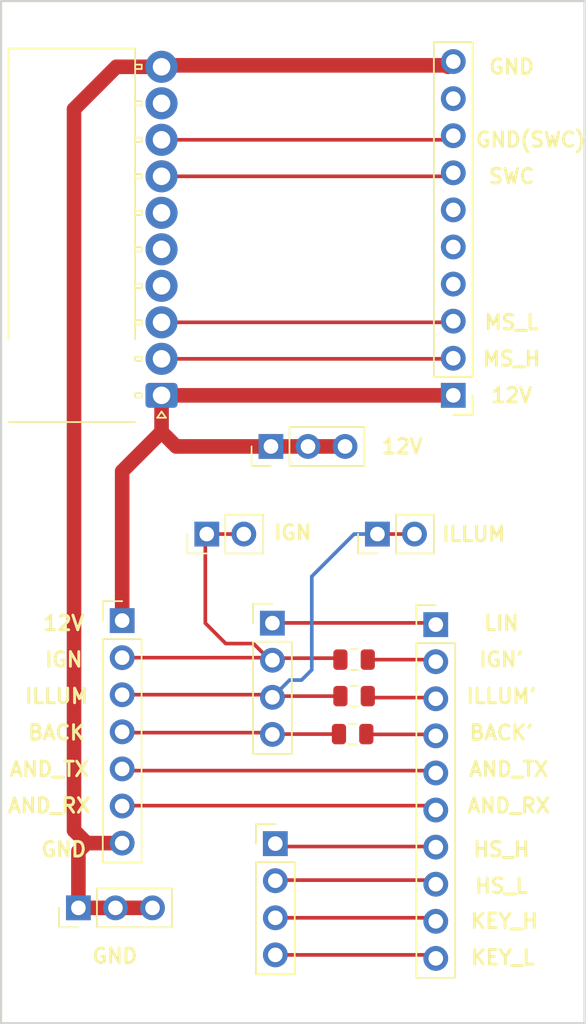
<source format=kicad_pcb>
(kicad_pcb (version 20171130) (host pcbnew 5.1.6-c6e7f7d~87~ubuntu16.04.1)

  (general
    (thickness 1.6)
    (drawings 31)
    (tracks 90)
    (zones 0)
    (modules 13)
    (nets 20)
  )

  (page A4)
  (layers
    (0 F.Cu signal)
    (31 B.Cu signal)
    (32 B.Adhes user)
    (33 F.Adhes user)
    (34 B.Paste user)
    (35 F.Paste user)
    (36 B.SilkS user)
    (37 F.SilkS user)
    (38 B.Mask user)
    (39 F.Mask user)
    (40 Dwgs.User user)
    (41 Cmts.User user)
    (42 Eco1.User user)
    (43 Eco2.User user)
    (44 Edge.Cuts user)
    (45 Margin user)
    (46 B.CrtYd user)
    (47 F.CrtYd user)
    (48 B.Fab user hide)
    (49 F.Fab user hide)
  )

  (setup
    (last_trace_width 0.25)
    (trace_clearance 0.2)
    (zone_clearance 0.508)
    (zone_45_only no)
    (trace_min 0.2)
    (via_size 0.8)
    (via_drill 0.4)
    (via_min_size 0.4)
    (via_min_drill 0.3)
    (uvia_size 0.3)
    (uvia_drill 0.1)
    (uvias_allowed no)
    (uvia_min_size 0.2)
    (uvia_min_drill 0.1)
    (edge_width 0.05)
    (segment_width 0.2)
    (pcb_text_width 0.3)
    (pcb_text_size 1.5 1.5)
    (mod_edge_width 0.12)
    (mod_text_size 1 1)
    (mod_text_width 0.15)
    (pad_size 1.524 1.524)
    (pad_drill 0.762)
    (pad_to_mask_clearance 0.05)
    (aux_axis_origin 0 0)
    (visible_elements 7FFFFFFF)
    (pcbplotparams
      (layerselection 0x010fc_ffffffff)
      (usegerberextensions false)
      (usegerberattributes true)
      (usegerberadvancedattributes true)
      (creategerberjobfile true)
      (excludeedgelayer true)
      (linewidth 0.100000)
      (plotframeref false)
      (viasonmask false)
      (mode 1)
      (useauxorigin false)
      (hpglpennumber 1)
      (hpglpenspeed 20)
      (hpglpendiameter 15.000000)
      (psnegative false)
      (psa4output false)
      (plotreference true)
      (plotvalue true)
      (plotinvisibletext false)
      (padsonsilk false)
      (subtractmaskfromsilk false)
      (outputformat 1)
      (mirror false)
      (drillshape 0)
      (scaleselection 1)
      (outputdirectory "gerbers/"))
  )

  (net 0 "")
  (net 1 12V)
  (net 2 MS_H)
  (net 3 SWC)
  (net 4 SWC_GND)
  (net 5 GND)
  (net 6 MS_L)
  (net 7 ILLUM)
  (net 8 IGN)
  (net 9 BACK)
  (net 10 LIN)
  (net 11 AND_TX)
  (net 12 AND_RX)
  (net 13 HS_H)
  (net 14 HS_L)
  (net 15 IGN')
  (net 16 ILLUM')
  (net 17 BACK')
  (net 18 KEY_H)
  (net 19 KEY_L)

  (net_class Default "This is the default net class."
    (clearance 0.2)
    (trace_width 0.25)
    (via_dia 0.8)
    (via_drill 0.4)
    (uvia_dia 0.3)
    (uvia_drill 0.1)
    (add_net 12V)
    (add_net AND_RX)
    (add_net AND_TX)
    (add_net BACK)
    (add_net BACK')
    (add_net GND)
    (add_net HS_H)
    (add_net HS_L)
    (add_net IGN)
    (add_net IGN')
    (add_net ILLUM)
    (add_net ILLUM')
    (add_net KEY_H)
    (add_net KEY_L)
    (add_net LIN)
    (add_net MS_H)
    (add_net MS_L)
    (add_net SWC)
    (add_net SWC_GND)
  )

  (module adapter:IL-AG5-10P-S3L2 (layer F.Cu) (tedit 5D1E5CD2) (tstamp 5F2C1A89)
    (at 30 50 180)
    (descr "Molex Nano-Fit Power Connectors, 105313-xx08, 8 Pins per row (http://www.molex.com/pdm_docs/sd/1053131208_sd.pdf), generated with kicad-footprint-generator")
    (tags "connector Molex Nano-Fit top entry")
    (path /5F2BB2E2)
    (fp_text reference J1 (at 6.15 -2.92) (layer F.SilkS) hide
      (effects (font (size 1 1) (thickness 0.15)))
    )
    (fp_text value Conn_01x10_Male (at 5 27.5) (layer F.Fab)
      (effects (font (size 1 1) (thickness 0.15)))
    )
    (fp_line (start 1.81 22.65) (end 1.81 22.35) (layer F.SilkS) (width 0.12))
    (fp_line (start 1.81 22.35) (end 1.36 22.35) (layer F.SilkS) (width 0.12))
    (fp_line (start 1.36 22.35) (end 1.36 22.65) (layer F.SilkS) (width 0.12))
    (fp_line (start 1.36 22.65) (end 1.81 22.65) (layer F.SilkS) (width 0.12))
    (fp_line (start 1.81 20.15) (end 1.81 19.85) (layer F.SilkS) (width 0.12))
    (fp_line (start 1.81 19.85) (end 1.36 19.85) (layer F.SilkS) (width 0.12))
    (fp_line (start 1.36 19.85) (end 1.36 20.15) (layer F.SilkS) (width 0.12))
    (fp_line (start 1.36 20.15) (end 1.81 20.15) (layer F.SilkS) (width 0.12))
    (fp_line (start 10.88 -2.22) (end -1.6 -2.22) (layer F.CrtYd) (width 0.05))
    (fp_line (start 10.88 25) (end 10.88 -2.22) (layer F.CrtYd) (width 0.05))
    (fp_line (start -1.6 25) (end 10.88 25) (layer F.CrtYd) (width 0.05))
    (fp_line (start -1.6 -2.22) (end -1.6 25) (layer F.CrtYd) (width 0.05))
    (fp_line (start -0.3 -1.534264) (end 0 -1.11) (layer F.Fab) (width 0.1))
    (fp_line (start 0.3 -1.534264) (end -0.3 -1.534264) (layer F.Fab) (width 0.1))
    (fp_line (start 0 -1.11) (end 0.3 -1.534264) (layer F.Fab) (width 0.1))
    (fp_line (start -0.3 -1.534264) (end 0 -1.11) (layer F.SilkS) (width 0.12))
    (fp_line (start 0.3 -1.534264) (end -0.3 -1.534264) (layer F.SilkS) (width 0.12))
    (fp_line (start 0 -1.11) (end 0.3 -1.534264) (layer F.SilkS) (width 0.12))
    (fp_line (start 1.36 17.65) (end 1.81 17.65) (layer F.SilkS) (width 0.12))
    (fp_line (start 1.36 17.35) (end 1.36 17.65) (layer F.SilkS) (width 0.12))
    (fp_line (start 1.81 17.35) (end 1.36 17.35) (layer F.SilkS) (width 0.12))
    (fp_line (start 1.81 17.65) (end 1.81 17.35) (layer F.SilkS) (width 0.12))
    (fp_line (start 1.36 15.15) (end 1.81 15.15) (layer F.SilkS) (width 0.12))
    (fp_line (start 1.36 14.85) (end 1.36 15.15) (layer F.SilkS) (width 0.12))
    (fp_line (start 1.81 14.85) (end 1.36 14.85) (layer F.SilkS) (width 0.12))
    (fp_line (start 1.81 15.15) (end 1.81 14.85) (layer F.SilkS) (width 0.12))
    (fp_line (start 1.36 12.65) (end 1.81 12.65) (layer F.SilkS) (width 0.12))
    (fp_line (start 1.36 12.35) (end 1.36 12.65) (layer F.SilkS) (width 0.12))
    (fp_line (start 1.81 12.35) (end 1.36 12.35) (layer F.SilkS) (width 0.12))
    (fp_line (start 1.81 12.65) (end 1.81 12.35) (layer F.SilkS) (width 0.12))
    (fp_line (start 1.36 10.15) (end 1.81 10.15) (layer F.SilkS) (width 0.12))
    (fp_line (start 1.36 9.85) (end 1.36 10.15) (layer F.SilkS) (width 0.12))
    (fp_line (start 1.81 9.85) (end 1.36 9.85) (layer F.SilkS) (width 0.12))
    (fp_line (start 1.81 10.15) (end 1.81 9.85) (layer F.SilkS) (width 0.12))
    (fp_line (start 1.36 7.65) (end 1.81 7.65) (layer F.SilkS) (width 0.12))
    (fp_line (start 1.36 7.35) (end 1.36 7.65) (layer F.SilkS) (width 0.12))
    (fp_line (start 1.81 7.35) (end 1.36 7.35) (layer F.SilkS) (width 0.12))
    (fp_line (start 1.81 7.65) (end 1.81 7.35) (layer F.SilkS) (width 0.12))
    (fp_line (start 1.36 5.15) (end 1.81 5.15) (layer F.SilkS) (width 0.12))
    (fp_line (start 1.36 4.85) (end 1.36 5.15) (layer F.SilkS) (width 0.12))
    (fp_line (start 1.81 4.85) (end 1.36 4.85) (layer F.SilkS) (width 0.12))
    (fp_line (start 1.81 5.15) (end 1.81 4.85) (layer F.SilkS) (width 0.12))
    (fp_line (start 1.36 2.65) (end 1.81 2.65) (layer F.SilkS) (width 0.12))
    (fp_line (start 1.36 2.35) (end 1.36 2.65) (layer F.SilkS) (width 0.12))
    (fp_line (start 1.81 2.35) (end 1.36 2.35) (layer F.SilkS) (width 0.12))
    (fp_line (start 1.81 2.65) (end 1.81 2.35) (layer F.SilkS) (width 0.12))
    (fp_line (start 1.36 0.15) (end 1.81 0.15) (layer F.SilkS) (width 0.12))
    (fp_line (start 1.36 -0.15) (end 1.36 0.15) (layer F.SilkS) (width 0.12))
    (fp_line (start 1.81 -0.15) (end 1.36 -0.15) (layer F.SilkS) (width 0.12))
    (fp_line (start 1.81 0.15) (end 1.81 -0.15) (layer F.SilkS) (width 0.12))
    (fp_line (start 10.49 -1.83) (end 1.81 -1.83) (layer F.SilkS) (width 0.12))
    (fp_line (start 10.49 23.75) (end 10.49 3.84) (layer F.SilkS) (width 0.12))
    (fp_line (start 1.81 23.75) (end 10.49 23.75) (layer F.SilkS) (width 0.12))
    (fp_line (start 1.81 3.84) (end 1.81 23.75) (layer F.SilkS) (width 0.12))
    (fp_line (start 10.38 -1.72) (end 1.92 -1.72) (layer F.Fab) (width 0.1))
    (fp_line (start 10.38 19.22) (end 10.38 -1.72) (layer F.Fab) (width 0.1))
    (fp_line (start 1.92 23.5) (end 10.38 23.5) (layer F.Fab) (width 0.1))
    (fp_line (start 1.92 -1.72) (end 1.92 19.22) (layer F.Fab) (width 0.1))
    (fp_text user %R (at 6.15 18.52) (layer F.Fab)
      (effects (font (size 1 1) (thickness 0.15)))
    )
    (pad 1 thru_hole roundrect (at 0 0 180) (size 2.2 1.7) (drill 1.2) (layers *.Cu *.Mask) (roundrect_rratio 0.147059)
      (net 1 12V))
    (pad 2 thru_hole circle (at 0 2.5 180) (size 2.2 2.2) (drill 1.2) (layers *.Cu *.Mask)
      (net 2 MS_H))
    (pad 3 thru_hole circle (at 0 5 180) (size 2.2 2.2) (drill 1.2) (layers *.Cu *.Mask)
      (net 6 MS_L))
    (pad 4 thru_hole circle (at 0 7.5 180) (size 2.2 2.2) (drill 1.2) (layers *.Cu *.Mask))
    (pad 5 thru_hole circle (at 0 10 180) (size 2.2 2.2) (drill 1.2) (layers *.Cu *.Mask))
    (pad 6 thru_hole circle (at 0 12.5 180) (size 2.2 2.2) (drill 1.2) (layers *.Cu *.Mask))
    (pad 7 thru_hole circle (at 0 15 180) (size 2.2 2.2) (drill 1.2) (layers *.Cu *.Mask)
      (net 3 SWC))
    (pad 8 thru_hole circle (at 0 17.5 180) (size 2.2 2.2) (drill 1.2) (layers *.Cu *.Mask)
      (net 4 SWC_GND))
    (pad "" np_thru_hole circle (at 8.6 2.5 180) (size 1.7 1.7) (drill 1.7) (layers *.Cu *.Mask))
    (pad "" np_thru_hole circle (at 8.6 20 180) (size 1.7 1.7) (drill 1.7) (layers *.Cu *.Mask))
    (pad 9 thru_hole circle (at 0 20 180) (size 2.2 2.2) (drill 1.2) (layers *.Cu *.Mask))
    (pad 10 thru_hole circle (at 0 22.5 180) (size 2.2 2.2) (drill 1.2) (layers *.Cu *.Mask)
      (net 5 GND))
    (model ${KISYS3DMOD}/Connector_Molex.3dshapes/Molex_Nano-Fit_105313-xx08_1x08_P2.50mm_Horizontal.wrl
      (at (xyz 0 0 0))
      (scale (xyz 1 1 1))
      (rotate (xyz 0 0 0))
    )
  )

  (module Connector_PinHeader_2.54mm:PinHeader_1x10_P2.54mm_Vertical (layer F.Cu) (tedit 59FED5CC) (tstamp 5F2C1D6A)
    (at 50 50 180)
    (descr "Through hole straight pin header, 1x10, 2.54mm pitch, single row")
    (tags "Through hole pin header THT 1x10 2.54mm single row")
    (path /5F2BCAB4)
    (fp_text reference J2 (at 0 -2.33) (layer F.SilkS) hide
      (effects (font (size 1 1) (thickness 0.15)))
    )
    (fp_text value Conn_01x10_Male (at 0 25.19) (layer F.Fab)
      (effects (font (size 1 1) (thickness 0.15)))
    )
    (fp_line (start 1.8 -1.8) (end -1.8 -1.8) (layer F.CrtYd) (width 0.05))
    (fp_line (start 1.8 24.65) (end 1.8 -1.8) (layer F.CrtYd) (width 0.05))
    (fp_line (start -1.8 24.65) (end 1.8 24.65) (layer F.CrtYd) (width 0.05))
    (fp_line (start -1.8 -1.8) (end -1.8 24.65) (layer F.CrtYd) (width 0.05))
    (fp_line (start -1.33 -1.33) (end 0 -1.33) (layer F.SilkS) (width 0.12))
    (fp_line (start -1.33 0) (end -1.33 -1.33) (layer F.SilkS) (width 0.12))
    (fp_line (start -1.33 1.27) (end 1.33 1.27) (layer F.SilkS) (width 0.12))
    (fp_line (start 1.33 1.27) (end 1.33 24.19) (layer F.SilkS) (width 0.12))
    (fp_line (start -1.33 1.27) (end -1.33 24.19) (layer F.SilkS) (width 0.12))
    (fp_line (start -1.33 24.19) (end 1.33 24.19) (layer F.SilkS) (width 0.12))
    (fp_line (start -1.27 -0.635) (end -0.635 -1.27) (layer F.Fab) (width 0.1))
    (fp_line (start -1.27 24.13) (end -1.27 -0.635) (layer F.Fab) (width 0.1))
    (fp_line (start 1.27 24.13) (end -1.27 24.13) (layer F.Fab) (width 0.1))
    (fp_line (start 1.27 -1.27) (end 1.27 24.13) (layer F.Fab) (width 0.1))
    (fp_line (start -0.635 -1.27) (end 1.27 -1.27) (layer F.Fab) (width 0.1))
    (fp_text user %R (at 0 11.43 90) (layer F.Fab)
      (effects (font (size 1 1) (thickness 0.15)))
    )
    (pad 1 thru_hole rect (at 0 0 180) (size 1.7 1.7) (drill 1) (layers *.Cu *.Mask)
      (net 1 12V))
    (pad 2 thru_hole oval (at 0 2.54 180) (size 1.7 1.7) (drill 1) (layers *.Cu *.Mask)
      (net 2 MS_H))
    (pad 3 thru_hole oval (at 0 5.08 180) (size 1.7 1.7) (drill 1) (layers *.Cu *.Mask)
      (net 6 MS_L))
    (pad 4 thru_hole oval (at 0 7.62 180) (size 1.7 1.7) (drill 1) (layers *.Cu *.Mask))
    (pad 5 thru_hole oval (at 0 10.16 180) (size 1.7 1.7) (drill 1) (layers *.Cu *.Mask))
    (pad 6 thru_hole oval (at 0 12.7 180) (size 1.7 1.7) (drill 1) (layers *.Cu *.Mask))
    (pad 7 thru_hole oval (at 0 15.24 180) (size 1.7 1.7) (drill 1) (layers *.Cu *.Mask)
      (net 3 SWC))
    (pad 8 thru_hole oval (at 0 17.78 180) (size 1.7 1.7) (drill 1) (layers *.Cu *.Mask)
      (net 4 SWC_GND))
    (pad 9 thru_hole oval (at 0 20.32 180) (size 1.7 1.7) (drill 1) (layers *.Cu *.Mask))
    (pad 10 thru_hole oval (at 0 22.86 180) (size 1.7 1.7) (drill 1) (layers *.Cu *.Mask)
      (net 5 GND))
    (model ${KISYS3DMOD}/Connector_PinHeader_2.54mm.3dshapes/PinHeader_1x10_P2.54mm_Vertical.wrl
      (at (xyz 0 0 0))
      (scale (xyz 1 1 1))
      (rotate (xyz 0 0 0))
    )
  )

  (module Connector_PinHeader_2.54mm:PinHeader_1x07_P2.54mm_Vertical (layer F.Cu) (tedit 59FED5CC) (tstamp 5F2BE60A)
    (at 27.3 65.425001)
    (descr "Through hole straight pin header, 1x07, 2.54mm pitch, single row")
    (tags "Through hole pin header THT 1x07 2.54mm single row")
    (path /5F2D940E)
    (fp_text reference J3 (at 0 -2.33) (layer F.SilkS) hide
      (effects (font (size 1 1) (thickness 0.15)))
    )
    (fp_text value Conn_01x07_Male (at 0 17.57) (layer F.Fab)
      (effects (font (size 1 1) (thickness 0.15)))
    )
    (fp_line (start -0.635 -1.27) (end 1.27 -1.27) (layer F.Fab) (width 0.1))
    (fp_line (start 1.27 -1.27) (end 1.27 16.51) (layer F.Fab) (width 0.1))
    (fp_line (start 1.27 16.51) (end -1.27 16.51) (layer F.Fab) (width 0.1))
    (fp_line (start -1.27 16.51) (end -1.27 -0.635) (layer F.Fab) (width 0.1))
    (fp_line (start -1.27 -0.635) (end -0.635 -1.27) (layer F.Fab) (width 0.1))
    (fp_line (start -1.33 16.57) (end 1.33 16.57) (layer F.SilkS) (width 0.12))
    (fp_line (start -1.33 1.27) (end -1.33 16.57) (layer F.SilkS) (width 0.12))
    (fp_line (start 1.33 1.27) (end 1.33 16.57) (layer F.SilkS) (width 0.12))
    (fp_line (start -1.33 1.27) (end 1.33 1.27) (layer F.SilkS) (width 0.12))
    (fp_line (start -1.33 0) (end -1.33 -1.33) (layer F.SilkS) (width 0.12))
    (fp_line (start -1.33 -1.33) (end 0 -1.33) (layer F.SilkS) (width 0.12))
    (fp_line (start -1.8 -1.8) (end -1.8 17.05) (layer F.CrtYd) (width 0.05))
    (fp_line (start -1.8 17.05) (end 1.8 17.05) (layer F.CrtYd) (width 0.05))
    (fp_line (start 1.8 17.05) (end 1.8 -1.8) (layer F.CrtYd) (width 0.05))
    (fp_line (start 1.8 -1.8) (end -1.8 -1.8) (layer F.CrtYd) (width 0.05))
    (fp_text user %R (at 0 7.62 90) (layer F.Fab)
      (effects (font (size 1 1) (thickness 0.15)))
    )
    (pad 1 thru_hole rect (at 0 0) (size 1.7 1.7) (drill 1) (layers *.Cu *.Mask)
      (net 1 12V))
    (pad 2 thru_hole oval (at 0 2.54) (size 1.7 1.7) (drill 1) (layers *.Cu *.Mask)
      (net 8 IGN))
    (pad 3 thru_hole oval (at 0 5.08) (size 1.7 1.7) (drill 1) (layers *.Cu *.Mask)
      (net 7 ILLUM))
    (pad 4 thru_hole oval (at 0 7.62) (size 1.7 1.7) (drill 1) (layers *.Cu *.Mask)
      (net 9 BACK))
    (pad 5 thru_hole oval (at 0 10.16) (size 1.7 1.7) (drill 1) (layers *.Cu *.Mask)
      (net 11 AND_TX))
    (pad 6 thru_hole oval (at 0 12.7) (size 1.7 1.7) (drill 1) (layers *.Cu *.Mask)
      (net 12 AND_RX))
    (pad 7 thru_hole oval (at 0 15.24) (size 1.7 1.7) (drill 1) (layers *.Cu *.Mask)
      (net 5 GND))
    (model ${KISYS3DMOD}/Connector_PinHeader_2.54mm.3dshapes/PinHeader_1x07_P2.54mm_Vertical.wrl
      (at (xyz 0 0 0))
      (scale (xyz 1 1 1))
      (rotate (xyz 0 0 0))
    )
  )

  (module Connector_PinHeader_2.54mm:PinHeader_1x03_P2.54mm_Vertical (layer F.Cu) (tedit 59FED5CC) (tstamp 5F2BF650)
    (at 24.3 85.1 90)
    (descr "Through hole straight pin header, 1x03, 2.54mm pitch, single row")
    (tags "Through hole pin header THT 1x03 2.54mm single row")
    (path /5F2FE2E8)
    (fp_text reference J6 (at 0 -3 180) (layer F.SilkS) hide
      (effects (font (size 1 1) (thickness 0.15)))
    )
    (fp_text value Conn_01x03_Male (at 0 7.41 90) (layer F.Fab)
      (effects (font (size 1 1) (thickness 0.15)))
    )
    (fp_line (start 1.8 -1.8) (end -1.8 -1.8) (layer F.CrtYd) (width 0.05))
    (fp_line (start 1.8 6.85) (end 1.8 -1.8) (layer F.CrtYd) (width 0.05))
    (fp_line (start -1.8 6.85) (end 1.8 6.85) (layer F.CrtYd) (width 0.05))
    (fp_line (start -1.8 -1.8) (end -1.8 6.85) (layer F.CrtYd) (width 0.05))
    (fp_line (start -1.33 -1.33) (end 0 -1.33) (layer F.SilkS) (width 0.12))
    (fp_line (start -1.33 0) (end -1.33 -1.33) (layer F.SilkS) (width 0.12))
    (fp_line (start -1.33 1.27) (end 1.33 1.27) (layer F.SilkS) (width 0.12))
    (fp_line (start 1.33 1.27) (end 1.33 6.41) (layer F.SilkS) (width 0.12))
    (fp_line (start -1.33 1.27) (end -1.33 6.41) (layer F.SilkS) (width 0.12))
    (fp_line (start -1.33 6.41) (end 1.33 6.41) (layer F.SilkS) (width 0.12))
    (fp_line (start -1.27 -0.635) (end -0.635 -1.27) (layer F.Fab) (width 0.1))
    (fp_line (start -1.27 6.35) (end -1.27 -0.635) (layer F.Fab) (width 0.1))
    (fp_line (start 1.27 6.35) (end -1.27 6.35) (layer F.Fab) (width 0.1))
    (fp_line (start 1.27 -1.27) (end 1.27 6.35) (layer F.Fab) (width 0.1))
    (fp_line (start -0.635 -1.27) (end 1.27 -1.27) (layer F.Fab) (width 0.1))
    (fp_text user %R (at 0 2.54) (layer F.Fab)
      (effects (font (size 1 1) (thickness 0.15)))
    )
    (pad 3 thru_hole oval (at 0 5.08 90) (size 1.7 1.7) (drill 1) (layers *.Cu *.Mask)
      (net 5 GND))
    (pad 2 thru_hole oval (at 0 2.54 90) (size 1.7 1.7) (drill 1) (layers *.Cu *.Mask)
      (net 5 GND))
    (pad 1 thru_hole rect (at 0 0 90) (size 1.7 1.7) (drill 1) (layers *.Cu *.Mask)
      (net 5 GND))
    (model ${KISYS3DMOD}/Connector_PinHeader_2.54mm.3dshapes/PinHeader_1x03_P2.54mm_Vertical.wrl
      (at (xyz 0 0 0))
      (scale (xyz 1 1 1))
      (rotate (xyz 0 0 0))
    )
  )

  (module Connector_PinHeader_2.54mm:PinHeader_1x03_P2.54mm_Vertical (layer F.Cu) (tedit 59FED5CC) (tstamp 5F2BF667)
    (at 37.5 53.5 90)
    (descr "Through hole straight pin header, 1x03, 2.54mm pitch, single row")
    (tags "Through hole pin header THT 1x03 2.54mm single row")
    (path /5F2F9651)
    (fp_text reference J7 (at 1.5 -4 180) (layer F.SilkS) hide
      (effects (font (size 1 1) (thickness 0.15)))
    )
    (fp_text value Conn_01x03_Male (at 0 7.41 90) (layer F.Fab)
      (effects (font (size 1 1) (thickness 0.15)))
    )
    (fp_line (start -0.635 -1.27) (end 1.27 -1.27) (layer F.Fab) (width 0.1))
    (fp_line (start 1.27 -1.27) (end 1.27 6.35) (layer F.Fab) (width 0.1))
    (fp_line (start 1.27 6.35) (end -1.27 6.35) (layer F.Fab) (width 0.1))
    (fp_line (start -1.27 6.35) (end -1.27 -0.635) (layer F.Fab) (width 0.1))
    (fp_line (start -1.27 -0.635) (end -0.635 -1.27) (layer F.Fab) (width 0.1))
    (fp_line (start -1.33 6.41) (end 1.33 6.41) (layer F.SilkS) (width 0.12))
    (fp_line (start -1.33 1.27) (end -1.33 6.41) (layer F.SilkS) (width 0.12))
    (fp_line (start 1.33 1.27) (end 1.33 6.41) (layer F.SilkS) (width 0.12))
    (fp_line (start -1.33 1.27) (end 1.33 1.27) (layer F.SilkS) (width 0.12))
    (fp_line (start -1.33 0) (end -1.33 -1.33) (layer F.SilkS) (width 0.12))
    (fp_line (start -1.33 -1.33) (end 0 -1.33) (layer F.SilkS) (width 0.12))
    (fp_line (start -1.8 -1.8) (end -1.8 6.85) (layer F.CrtYd) (width 0.05))
    (fp_line (start -1.8 6.85) (end 1.8 6.85) (layer F.CrtYd) (width 0.05))
    (fp_line (start 1.8 6.85) (end 1.8 -1.8) (layer F.CrtYd) (width 0.05))
    (fp_line (start 1.8 -1.8) (end -1.8 -1.8) (layer F.CrtYd) (width 0.05))
    (fp_text user %R (at 0 2.54) (layer F.Fab)
      (effects (font (size 1 1) (thickness 0.15)))
    )
    (pad 1 thru_hole rect (at 0 0 90) (size 1.7 1.7) (drill 1) (layers *.Cu *.Mask)
      (net 1 12V))
    (pad 2 thru_hole oval (at 0 2.54 90) (size 1.7 1.7) (drill 1) (layers *.Cu *.Mask)
      (net 1 12V))
    (pad 3 thru_hole oval (at 0 5.08 90) (size 1.7 1.7) (drill 1) (layers *.Cu *.Mask)
      (net 1 12V))
    (model ${KISYS3DMOD}/Connector_PinHeader_2.54mm.3dshapes/PinHeader_1x03_P2.54mm_Vertical.wrl
      (at (xyz 0 0 0))
      (scale (xyz 1 1 1))
      (rotate (xyz 0 0 0))
    )
  )

  (module Connector_PinHeader_2.54mm:PinHeader_1x02_P2.54mm_Vertical (layer F.Cu) (tedit 59FED5CC) (tstamp 5F2C0EEC)
    (at 33.1 59.5 90)
    (descr "Through hole straight pin header, 1x02, 2.54mm pitch, single row")
    (tags "Through hole pin header THT 1x02 2.54mm single row")
    (path /5F3066E8)
    (fp_text reference J8 (at 0 -2.33 90) (layer F.SilkS) hide
      (effects (font (size 1 1) (thickness 0.15)))
    )
    (fp_text value Conn_01x02_Male (at 0 4.87 90) (layer F.Fab)
      (effects (font (size 1 1) (thickness 0.15)))
    )
    (fp_line (start 1.8 -1.8) (end -1.8 -1.8) (layer F.CrtYd) (width 0.05))
    (fp_line (start 1.8 4.35) (end 1.8 -1.8) (layer F.CrtYd) (width 0.05))
    (fp_line (start -1.8 4.35) (end 1.8 4.35) (layer F.CrtYd) (width 0.05))
    (fp_line (start -1.8 -1.8) (end -1.8 4.35) (layer F.CrtYd) (width 0.05))
    (fp_line (start -1.33 -1.33) (end 0 -1.33) (layer F.SilkS) (width 0.12))
    (fp_line (start -1.33 0) (end -1.33 -1.33) (layer F.SilkS) (width 0.12))
    (fp_line (start -1.33 1.27) (end 1.33 1.27) (layer F.SilkS) (width 0.12))
    (fp_line (start 1.33 1.27) (end 1.33 3.87) (layer F.SilkS) (width 0.12))
    (fp_line (start -1.33 1.27) (end -1.33 3.87) (layer F.SilkS) (width 0.12))
    (fp_line (start -1.33 3.87) (end 1.33 3.87) (layer F.SilkS) (width 0.12))
    (fp_line (start -1.27 -0.635) (end -0.635 -1.27) (layer F.Fab) (width 0.1))
    (fp_line (start -1.27 3.81) (end -1.27 -0.635) (layer F.Fab) (width 0.1))
    (fp_line (start 1.27 3.81) (end -1.27 3.81) (layer F.Fab) (width 0.1))
    (fp_line (start 1.27 -1.27) (end 1.27 3.81) (layer F.Fab) (width 0.1))
    (fp_line (start -0.635 -1.27) (end 1.27 -1.27) (layer F.Fab) (width 0.1))
    (fp_text user %R (at 0 1.27) (layer F.Fab)
      (effects (font (size 1 1) (thickness 0.15)))
    )
    (pad 1 thru_hole rect (at 0 0 90) (size 1.7 1.7) (drill 1) (layers *.Cu *.Mask)
      (net 8 IGN))
    (pad 2 thru_hole oval (at 0 2.54 90) (size 1.7 1.7) (drill 1) (layers *.Cu *.Mask)
      (net 8 IGN))
    (model ${KISYS3DMOD}/Connector_PinHeader_2.54mm.3dshapes/PinHeader_1x02_P2.54mm_Vertical.wrl
      (at (xyz 0 0 0))
      (scale (xyz 1 1 1))
      (rotate (xyz 0 0 0))
    )
  )

  (module Resistor_SMD:R_0805_2012Metric (layer F.Cu) (tedit 5B36C52B) (tstamp 5F2C1910)
    (at 43.2 68.1 180)
    (descr "Resistor SMD 0805 (2012 Metric), square (rectangular) end terminal, IPC_7351 nominal, (Body size source: https://docs.google.com/spreadsheets/d/1BsfQQcO9C6DZCsRaXUlFlo91Tg2WpOkGARC1WS5S8t0/edit?usp=sharing), generated with kicad-footprint-generator")
    (tags resistor)
    (path /5F31188B)
    (attr smd)
    (fp_text reference R1 (at 0 -1.65) (layer F.SilkS) hide
      (effects (font (size 1 1) (thickness 0.15)))
    )
    (fp_text value 0 (at 0 1.65) (layer F.Fab)
      (effects (font (size 1 1) (thickness 0.15)))
    )
    (fp_line (start -1 0.6) (end -1 -0.6) (layer F.Fab) (width 0.1))
    (fp_line (start -1 -0.6) (end 1 -0.6) (layer F.Fab) (width 0.1))
    (fp_line (start 1 -0.6) (end 1 0.6) (layer F.Fab) (width 0.1))
    (fp_line (start 1 0.6) (end -1 0.6) (layer F.Fab) (width 0.1))
    (fp_line (start -0.258578 -0.71) (end 0.258578 -0.71) (layer F.SilkS) (width 0.12))
    (fp_line (start -0.258578 0.71) (end 0.258578 0.71) (layer F.SilkS) (width 0.12))
    (fp_line (start -1.68 0.95) (end -1.68 -0.95) (layer F.CrtYd) (width 0.05))
    (fp_line (start -1.68 -0.95) (end 1.68 -0.95) (layer F.CrtYd) (width 0.05))
    (fp_line (start 1.68 -0.95) (end 1.68 0.95) (layer F.CrtYd) (width 0.05))
    (fp_line (start 1.68 0.95) (end -1.68 0.95) (layer F.CrtYd) (width 0.05))
    (fp_text user %R (at 0 0) (layer F.Fab)
      (effects (font (size 0.5 0.5) (thickness 0.08)))
    )
    (pad 1 smd roundrect (at -0.9375 0 180) (size 0.975 1.4) (layers F.Cu F.Paste F.Mask) (roundrect_rratio 0.25)
      (net 15 IGN'))
    (pad 2 smd roundrect (at 0.9375 0 180) (size 0.975 1.4) (layers F.Cu F.Paste F.Mask) (roundrect_rratio 0.25)
      (net 8 IGN))
    (model ${KISYS3DMOD}/Resistor_SMD.3dshapes/R_0805_2012Metric.wrl
      (at (xyz 0 0 0))
      (scale (xyz 1 1 1))
      (rotate (xyz 0 0 0))
    )
  )

  (module Resistor_SMD:R_0805_2012Metric (layer F.Cu) (tedit 5B36C52B) (tstamp 5F2C1921)
    (at 43.2 70.6 180)
    (descr "Resistor SMD 0805 (2012 Metric), square (rectangular) end terminal, IPC_7351 nominal, (Body size source: https://docs.google.com/spreadsheets/d/1BsfQQcO9C6DZCsRaXUlFlo91Tg2WpOkGARC1WS5S8t0/edit?usp=sharing), generated with kicad-footprint-generator")
    (tags resistor)
    (path /5F31D917)
    (attr smd)
    (fp_text reference R2 (at 0 -1.65) (layer F.SilkS) hide
      (effects (font (size 1 1) (thickness 0.15)))
    )
    (fp_text value 0 (at 0 1.65) (layer F.Fab)
      (effects (font (size 1 1) (thickness 0.15)))
    )
    (fp_line (start 1.68 0.95) (end -1.68 0.95) (layer F.CrtYd) (width 0.05))
    (fp_line (start 1.68 -0.95) (end 1.68 0.95) (layer F.CrtYd) (width 0.05))
    (fp_line (start -1.68 -0.95) (end 1.68 -0.95) (layer F.CrtYd) (width 0.05))
    (fp_line (start -1.68 0.95) (end -1.68 -0.95) (layer F.CrtYd) (width 0.05))
    (fp_line (start -0.258578 0.71) (end 0.258578 0.71) (layer F.SilkS) (width 0.12))
    (fp_line (start -0.258578 -0.71) (end 0.258578 -0.71) (layer F.SilkS) (width 0.12))
    (fp_line (start 1 0.6) (end -1 0.6) (layer F.Fab) (width 0.1))
    (fp_line (start 1 -0.6) (end 1 0.6) (layer F.Fab) (width 0.1))
    (fp_line (start -1 -0.6) (end 1 -0.6) (layer F.Fab) (width 0.1))
    (fp_line (start -1 0.6) (end -1 -0.6) (layer F.Fab) (width 0.1))
    (fp_text user %R (at 0 0) (layer F.Fab)
      (effects (font (size 0.5 0.5) (thickness 0.08)))
    )
    (pad 2 smd roundrect (at 0.9375 0 180) (size 0.975 1.4) (layers F.Cu F.Paste F.Mask) (roundrect_rratio 0.25)
      (net 7 ILLUM))
    (pad 1 smd roundrect (at -0.9375 0 180) (size 0.975 1.4) (layers F.Cu F.Paste F.Mask) (roundrect_rratio 0.25)
      (net 16 ILLUM'))
    (model ${KISYS3DMOD}/Resistor_SMD.3dshapes/R_0805_2012Metric.wrl
      (at (xyz 0 0 0))
      (scale (xyz 1 1 1))
      (rotate (xyz 0 0 0))
    )
  )

  (module Resistor_SMD:R_0805_2012Metric (layer F.Cu) (tedit 5B36C52B) (tstamp 5F2C1932)
    (at 43.1 73.2 180)
    (descr "Resistor SMD 0805 (2012 Metric), square (rectangular) end terminal, IPC_7351 nominal, (Body size source: https://docs.google.com/spreadsheets/d/1BsfQQcO9C6DZCsRaXUlFlo91Tg2WpOkGARC1WS5S8t0/edit?usp=sharing), generated with kicad-footprint-generator")
    (tags resistor)
    (path /5F31F244)
    (attr smd)
    (fp_text reference R3 (at 0 -1.65) (layer F.SilkS) hide
      (effects (font (size 1 1) (thickness 0.15)))
    )
    (fp_text value 0 (at 0 1.65) (layer F.Fab)
      (effects (font (size 1 1) (thickness 0.15)))
    )
    (fp_line (start -1 0.6) (end -1 -0.6) (layer F.Fab) (width 0.1))
    (fp_line (start -1 -0.6) (end 1 -0.6) (layer F.Fab) (width 0.1))
    (fp_line (start 1 -0.6) (end 1 0.6) (layer F.Fab) (width 0.1))
    (fp_line (start 1 0.6) (end -1 0.6) (layer F.Fab) (width 0.1))
    (fp_line (start -0.258578 -0.71) (end 0.258578 -0.71) (layer F.SilkS) (width 0.12))
    (fp_line (start -0.258578 0.71) (end 0.258578 0.71) (layer F.SilkS) (width 0.12))
    (fp_line (start -1.68 0.95) (end -1.68 -0.95) (layer F.CrtYd) (width 0.05))
    (fp_line (start -1.68 -0.95) (end 1.68 -0.95) (layer F.CrtYd) (width 0.05))
    (fp_line (start 1.68 -0.95) (end 1.68 0.95) (layer F.CrtYd) (width 0.05))
    (fp_line (start 1.68 0.95) (end -1.68 0.95) (layer F.CrtYd) (width 0.05))
    (fp_text user %R (at 0 0) (layer F.Fab)
      (effects (font (size 0.5 0.5) (thickness 0.08)))
    )
    (pad 1 smd roundrect (at -0.9375 0 180) (size 0.975 1.4) (layers F.Cu F.Paste F.Mask) (roundrect_rratio 0.25)
      (net 17 BACK'))
    (pad 2 smd roundrect (at 0.9375 0 180) (size 0.975 1.4) (layers F.Cu F.Paste F.Mask) (roundrect_rratio 0.25)
      (net 9 BACK))
    (model ${KISYS3DMOD}/Resistor_SMD.3dshapes/R_0805_2012Metric.wrl
      (at (xyz 0 0 0))
      (scale (xyz 1 1 1))
      (rotate (xyz 0 0 0))
    )
  )

  (module Connector_PinHeader_2.54mm:PinHeader_1x04_P2.54mm_Vertical (layer F.Cu) (tedit 59FED5CC) (tstamp 5F2C3B39)
    (at 37.8 80.7)
    (descr "Through hole straight pin header, 1x04, 2.54mm pitch, single row")
    (tags "Through hole pin header THT 1x04 2.54mm single row")
    (path /5F3646C9)
    (fp_text reference J9 (at 0 -2.33) (layer F.SilkS) hide
      (effects (font (size 1 1) (thickness 0.15)))
    )
    (fp_text value Conn_01x04_Male (at 0 9.95) (layer F.Fab)
      (effects (font (size 1 1) (thickness 0.15)))
    )
    (fp_line (start -0.635 -1.27) (end 1.27 -1.27) (layer F.Fab) (width 0.1))
    (fp_line (start 1.27 -1.27) (end 1.27 8.89) (layer F.Fab) (width 0.1))
    (fp_line (start 1.27 8.89) (end -1.27 8.89) (layer F.Fab) (width 0.1))
    (fp_line (start -1.27 8.89) (end -1.27 -0.635) (layer F.Fab) (width 0.1))
    (fp_line (start -1.27 -0.635) (end -0.635 -1.27) (layer F.Fab) (width 0.1))
    (fp_line (start -1.33 8.95) (end 1.33 8.95) (layer F.SilkS) (width 0.12))
    (fp_line (start -1.33 1.27) (end -1.33 8.95) (layer F.SilkS) (width 0.12))
    (fp_line (start 1.33 1.27) (end 1.33 8.95) (layer F.SilkS) (width 0.12))
    (fp_line (start -1.33 1.27) (end 1.33 1.27) (layer F.SilkS) (width 0.12))
    (fp_line (start -1.33 0) (end -1.33 -1.33) (layer F.SilkS) (width 0.12))
    (fp_line (start -1.33 -1.33) (end 0 -1.33) (layer F.SilkS) (width 0.12))
    (fp_line (start -1.8 -1.8) (end -1.8 9.4) (layer F.CrtYd) (width 0.05))
    (fp_line (start -1.8 9.4) (end 1.8 9.4) (layer F.CrtYd) (width 0.05))
    (fp_line (start 1.8 9.4) (end 1.8 -1.8) (layer F.CrtYd) (width 0.05))
    (fp_line (start 1.8 -1.8) (end -1.8 -1.8) (layer F.CrtYd) (width 0.05))
    (fp_text user %R (at 0 3.81 90) (layer F.Fab)
      (effects (font (size 1 1) (thickness 0.15)))
    )
    (pad 1 thru_hole rect (at 0 0) (size 1.7 1.7) (drill 1) (layers *.Cu *.Mask)
      (net 13 HS_H))
    (pad 2 thru_hole oval (at 0 2.54) (size 1.7 1.7) (drill 1) (layers *.Cu *.Mask)
      (net 14 HS_L))
    (pad 3 thru_hole oval (at 0 5.08) (size 1.7 1.7) (drill 1) (layers *.Cu *.Mask)
      (net 18 KEY_H))
    (pad 4 thru_hole oval (at 0 7.62) (size 1.7 1.7) (drill 1) (layers *.Cu *.Mask)
      (net 19 KEY_L))
    (model ${KISYS3DMOD}/Connector_PinHeader_2.54mm.3dshapes/PinHeader_1x04_P2.54mm_Vertical.wrl
      (at (xyz 0 0 0))
      (scale (xyz 1 1 1))
      (rotate (xyz 0 0 0))
    )
  )

  (module Connector_PinHeader_2.54mm:PinHeader_1x04_P2.54mm_Vertical (layer F.Cu) (tedit 59FED5CC) (tstamp 5F2C413B)
    (at 37.6 65.6)
    (descr "Through hole straight pin header, 1x04, 2.54mm pitch, single row")
    (tags "Through hole pin header THT 1x04 2.54mm single row")
    (path /5F36E53C)
    (fp_text reference J4 (at 0 -2.33) (layer F.SilkS) hide
      (effects (font (size 1 1) (thickness 0.15)))
    )
    (fp_text value Conn_01x04_Male (at 0 9.95) (layer F.Fab)
      (effects (font (size 1 1) (thickness 0.15)))
    )
    (fp_line (start 1.8 -1.8) (end -1.8 -1.8) (layer F.CrtYd) (width 0.05))
    (fp_line (start 1.8 9.4) (end 1.8 -1.8) (layer F.CrtYd) (width 0.05))
    (fp_line (start -1.8 9.4) (end 1.8 9.4) (layer F.CrtYd) (width 0.05))
    (fp_line (start -1.8 -1.8) (end -1.8 9.4) (layer F.CrtYd) (width 0.05))
    (fp_line (start -1.33 -1.33) (end 0 -1.33) (layer F.SilkS) (width 0.12))
    (fp_line (start -1.33 0) (end -1.33 -1.33) (layer F.SilkS) (width 0.12))
    (fp_line (start -1.33 1.27) (end 1.33 1.27) (layer F.SilkS) (width 0.12))
    (fp_line (start 1.33 1.27) (end 1.33 8.95) (layer F.SilkS) (width 0.12))
    (fp_line (start -1.33 1.27) (end -1.33 8.95) (layer F.SilkS) (width 0.12))
    (fp_line (start -1.33 8.95) (end 1.33 8.95) (layer F.SilkS) (width 0.12))
    (fp_line (start -1.27 -0.635) (end -0.635 -1.27) (layer F.Fab) (width 0.1))
    (fp_line (start -1.27 8.89) (end -1.27 -0.635) (layer F.Fab) (width 0.1))
    (fp_line (start 1.27 8.89) (end -1.27 8.89) (layer F.Fab) (width 0.1))
    (fp_line (start 1.27 -1.27) (end 1.27 8.89) (layer F.Fab) (width 0.1))
    (fp_line (start -0.635 -1.27) (end 1.27 -1.27) (layer F.Fab) (width 0.1))
    (fp_text user %R (at 0 3.81 90) (layer F.Fab)
      (effects (font (size 1 1) (thickness 0.15)))
    )
    (pad 1 thru_hole rect (at 0 0) (size 1.7 1.7) (drill 1) (layers *.Cu *.Mask)
      (net 10 LIN))
    (pad 2 thru_hole oval (at 0 2.54) (size 1.7 1.7) (drill 1) (layers *.Cu *.Mask)
      (net 8 IGN))
    (pad 3 thru_hole oval (at 0 5.08) (size 1.7 1.7) (drill 1) (layers *.Cu *.Mask)
      (net 7 ILLUM))
    (pad 4 thru_hole oval (at 0 7.62) (size 1.7 1.7) (drill 1) (layers *.Cu *.Mask)
      (net 9 BACK))
    (model ${KISYS3DMOD}/Connector_PinHeader_2.54mm.3dshapes/PinHeader_1x04_P2.54mm_Vertical.wrl
      (at (xyz 0 0 0))
      (scale (xyz 1 1 1))
      (rotate (xyz 0 0 0))
    )
  )

  (module Connector_PinHeader_2.54mm:PinHeader_1x10_P2.54mm_Vertical (layer F.Cu) (tedit 59FED5CC) (tstamp 5F2C4BED)
    (at 48.8 65.7)
    (descr "Through hole straight pin header, 1x10, 2.54mm pitch, single row")
    (tags "Through hole pin header THT 1x10 2.54mm single row")
    (path /5F379CD3)
    (fp_text reference J5 (at 0 -2.33) (layer F.SilkS) hide
      (effects (font (size 1 1) (thickness 0.15)))
    )
    (fp_text value Conn_01x10_Male (at 0 25.19) (layer F.Fab)
      (effects (font (size 1 1) (thickness 0.15)))
    )
    (fp_line (start -0.635 -1.27) (end 1.27 -1.27) (layer F.Fab) (width 0.1))
    (fp_line (start 1.27 -1.27) (end 1.27 24.13) (layer F.Fab) (width 0.1))
    (fp_line (start 1.27 24.13) (end -1.27 24.13) (layer F.Fab) (width 0.1))
    (fp_line (start -1.27 24.13) (end -1.27 -0.635) (layer F.Fab) (width 0.1))
    (fp_line (start -1.27 -0.635) (end -0.635 -1.27) (layer F.Fab) (width 0.1))
    (fp_line (start -1.33 24.19) (end 1.33 24.19) (layer F.SilkS) (width 0.12))
    (fp_line (start -1.33 1.27) (end -1.33 24.19) (layer F.SilkS) (width 0.12))
    (fp_line (start 1.33 1.27) (end 1.33 24.19) (layer F.SilkS) (width 0.12))
    (fp_line (start -1.33 1.27) (end 1.33 1.27) (layer F.SilkS) (width 0.12))
    (fp_line (start -1.33 0) (end -1.33 -1.33) (layer F.SilkS) (width 0.12))
    (fp_line (start -1.33 -1.33) (end 0 -1.33) (layer F.SilkS) (width 0.12))
    (fp_line (start -1.8 -1.8) (end -1.8 24.65) (layer F.CrtYd) (width 0.05))
    (fp_line (start -1.8 24.65) (end 1.8 24.65) (layer F.CrtYd) (width 0.05))
    (fp_line (start 1.8 24.65) (end 1.8 -1.8) (layer F.CrtYd) (width 0.05))
    (fp_line (start 1.8 -1.8) (end -1.8 -1.8) (layer F.CrtYd) (width 0.05))
    (fp_text user %R (at 0 11.43 90) (layer F.Fab)
      (effects (font (size 1 1) (thickness 0.15)))
    )
    (pad 1 thru_hole rect (at 0 0) (size 1.7 1.7) (drill 1) (layers *.Cu *.Mask)
      (net 10 LIN))
    (pad 2 thru_hole oval (at 0 2.54) (size 1.7 1.7) (drill 1) (layers *.Cu *.Mask)
      (net 15 IGN'))
    (pad 3 thru_hole oval (at 0 5.08) (size 1.7 1.7) (drill 1) (layers *.Cu *.Mask)
      (net 16 ILLUM'))
    (pad 4 thru_hole oval (at 0 7.62) (size 1.7 1.7) (drill 1) (layers *.Cu *.Mask)
      (net 17 BACK'))
    (pad 5 thru_hole oval (at 0 10.16) (size 1.7 1.7) (drill 1) (layers *.Cu *.Mask)
      (net 11 AND_TX))
    (pad 6 thru_hole oval (at 0 12.7) (size 1.7 1.7) (drill 1) (layers *.Cu *.Mask)
      (net 12 AND_RX))
    (pad 7 thru_hole oval (at 0 15.24) (size 1.7 1.7) (drill 1) (layers *.Cu *.Mask)
      (net 13 HS_H))
    (pad 8 thru_hole oval (at 0 17.78) (size 1.7 1.7) (drill 1) (layers *.Cu *.Mask)
      (net 14 HS_L))
    (pad 9 thru_hole oval (at 0 20.32) (size 1.7 1.7) (drill 1) (layers *.Cu *.Mask)
      (net 18 KEY_H))
    (pad 10 thru_hole oval (at 0 22.86) (size 1.7 1.7) (drill 1) (layers *.Cu *.Mask)
      (net 19 KEY_L))
    (model ${KISYS3DMOD}/Connector_PinHeader_2.54mm.3dshapes/PinHeader_1x10_P2.54mm_Vertical.wrl
      (at (xyz 0 0 0))
      (scale (xyz 1 1 1))
      (rotate (xyz 0 0 0))
    )
  )

  (module Connector_PinHeader_2.54mm:PinHeader_1x02_P2.54mm_Vertical (layer F.Cu) (tedit 59FED5CC) (tstamp 5F2BD7D1)
    (at 44.8 59.5 90)
    (descr "Through hole straight pin header, 1x02, 2.54mm pitch, single row")
    (tags "Through hole pin header THT 1x02 2.54mm single row")
    (path /5F2C4A78)
    (fp_text reference J10 (at 0 -2.33 180) (layer F.SilkS) hide
      (effects (font (size 1 1) (thickness 0.15)))
    )
    (fp_text value Conn_01x02_Male (at 0 4.87 90) (layer F.Fab)
      (effects (font (size 1 1) (thickness 0.15)))
    )
    (fp_line (start -0.635 -1.27) (end 1.27 -1.27) (layer F.Fab) (width 0.1))
    (fp_line (start 1.27 -1.27) (end 1.27 3.81) (layer F.Fab) (width 0.1))
    (fp_line (start 1.27 3.81) (end -1.27 3.81) (layer F.Fab) (width 0.1))
    (fp_line (start -1.27 3.81) (end -1.27 -0.635) (layer F.Fab) (width 0.1))
    (fp_line (start -1.27 -0.635) (end -0.635 -1.27) (layer F.Fab) (width 0.1))
    (fp_line (start -1.33 3.87) (end 1.33 3.87) (layer F.SilkS) (width 0.12))
    (fp_line (start -1.33 1.27) (end -1.33 3.87) (layer F.SilkS) (width 0.12))
    (fp_line (start 1.33 1.27) (end 1.33 3.87) (layer F.SilkS) (width 0.12))
    (fp_line (start -1.33 1.27) (end 1.33 1.27) (layer F.SilkS) (width 0.12))
    (fp_line (start -1.33 0) (end -1.33 -1.33) (layer F.SilkS) (width 0.12))
    (fp_line (start -1.33 -1.33) (end 0 -1.33) (layer F.SilkS) (width 0.12))
    (fp_line (start -1.8 -1.8) (end -1.8 4.35) (layer F.CrtYd) (width 0.05))
    (fp_line (start -1.8 4.35) (end 1.8 4.35) (layer F.CrtYd) (width 0.05))
    (fp_line (start 1.8 4.35) (end 1.8 -1.8) (layer F.CrtYd) (width 0.05))
    (fp_line (start 1.8 -1.8) (end -1.8 -1.8) (layer F.CrtYd) (width 0.05))
    (fp_text user %R (at 0 1.27) (layer F.Fab)
      (effects (font (size 1 1) (thickness 0.15)))
    )
    (pad 1 thru_hole rect (at 0 0 90) (size 1.7 1.7) (drill 1) (layers *.Cu *.Mask)
      (net 7 ILLUM))
    (pad 2 thru_hole oval (at 0 2.54 90) (size 1.7 1.7) (drill 1) (layers *.Cu *.Mask)
      (net 7 ILLUM))
    (model ${KISYS3DMOD}/Connector_PinHeader_2.54mm.3dshapes/PinHeader_1x02_P2.54mm_Vertical.wrl
      (at (xyz 0 0 0))
      (scale (xyz 1 1 1))
      (rotate (xyz 0 0 0))
    )
  )

  (gr_text ILLUM (at 51.4 59.5) (layer F.SilkS) (tstamp 5F2BD895)
    (effects (font (size 1 1) (thickness 0.2)))
  )
  (gr_text "GND(SWC)" (at 55.3 32.5) (layer F.SilkS) (tstamp 5F2BCF05)
    (effects (font (size 1 1) (thickness 0.2)))
  )
  (gr_text KEY_L (at 53.4 88.5) (layer F.SilkS) (tstamp 5F2C4CE6)
    (effects (font (size 1 1) (thickness 0.2)))
  )
  (gr_text KEY_H (at 53.5 86) (layer F.SilkS) (tstamp 5F2C4CE4)
    (effects (font (size 1 1) (thickness 0.2)))
  )
  (gr_text IGN (at 39 59.4) (layer F.SilkS) (tstamp 5F2C10A9)
    (effects (font (size 1 1) (thickness 0.2)))
  )
  (gr_text GND (at 26.8 88.4) (layer F.SilkS) (tstamp 5F2BF9D4)
    (effects (font (size 1 1) (thickness 0.2)))
  )
  (gr_text 12V (at 46.5 53.5) (layer F.SilkS) (tstamp 5F2BF837)
    (effects (font (size 1 1) (thickness 0.2)))
  )
  (gr_text HS_L (at 53.3 83.6) (layer F.SilkS) (tstamp 5F2BE9ED)
    (effects (font (size 1 1) (thickness 0.2)))
  )
  (gr_text HS_H (at 53.3 81.1) (layer F.SilkS) (tstamp 5F2BE9EA)
    (effects (font (size 1 1) (thickness 0.2)))
  )
  (gr_text LIN (at 53.3 65.6) (layer F.SilkS) (tstamp 5F2BE9E6)
    (effects (font (size 1 1) (thickness 0.2)))
  )
  (gr_text IGN' (at 53.3 68.1) (layer F.SilkS) (tstamp 5F2BE9E3)
    (effects (font (size 1 1) (thickness 0.2)))
  )
  (gr_text ILLUM' (at 53.3 70.6) (layer F.SilkS) (tstamp 5F2BE9E0)
    (effects (font (size 1 1) (thickness 0.2)))
  )
  (gr_text BACK' (at 53.3 73.1) (layer F.SilkS) (tstamp 5F2BE9DD)
    (effects (font (size 1 1) (thickness 0.2)))
  )
  (gr_text AND_TX (at 53.8 75.6) (layer F.SilkS) (tstamp 5F2BE9DA)
    (effects (font (size 1 1) (thickness 0.2)))
  )
  (gr_text AND_RX (at 53.8 78.1) (layer F.SilkS) (tstamp 5F2BE9D7)
    (effects (font (size 1 1) (thickness 0.2)))
  )
  (gr_text 12V (at 23.3 65.6) (layer F.SilkS) (tstamp 5F2BE9B5)
    (effects (font (size 1 1) (thickness 0.2)))
  )
  (gr_text GND (at 23.3 81.1) (layer F.SilkS) (tstamp 5F2BE9B1)
    (effects (font (size 1 1) (thickness 0.2)))
  )
  (gr_text AND_RX (at 22.3 78.1) (layer F.SilkS) (tstamp 5F2BE9AF)
    (effects (font (size 1 1) (thickness 0.2)))
  )
  (gr_text AND_TX (at 22.3 75.6) (layer F.SilkS) (tstamp 5F2BE9AD)
    (effects (font (size 1 1) (thickness 0.2)))
  )
  (gr_text BACK (at 22.8 73.1) (layer F.SilkS) (tstamp 5F2BE9AB)
    (effects (font (size 1 1) (thickness 0.2)))
  )
  (gr_text ILLUM (at 22.8 70.6) (layer F.SilkS) (tstamp 5F2BE9A9)
    (effects (font (size 1 1) (thickness 0.2)))
  )
  (gr_text IGN (at 23.3 68.1) (layer F.SilkS) (tstamp 5F2BE9A7)
    (effects (font (size 1 1) (thickness 0.2)))
  )
  (gr_text GND (at 54 27.5) (layer F.SilkS) (tstamp 5F2BE99A)
    (effects (font (size 1 1) (thickness 0.2)))
  )
  (gr_text 12V (at 54 50) (layer F.SilkS) (tstamp 5F2BE990)
    (effects (font (size 1 1) (thickness 0.2)))
  )
  (gr_text MS_H (at 54 47.5) (layer F.SilkS) (tstamp 5F2BE98E)
    (effects (font (size 1 1) (thickness 0.2)))
  )
  (gr_text MS_L (at 54 45) (layer F.SilkS) (tstamp 5F2BE98C)
    (effects (font (size 1 1) (thickness 0.2)))
  )
  (gr_text SWC (at 54 35) (layer F.SilkS)
    (effects (font (size 1 1) (thickness 0.2)))
  )
  (gr_line (start 19 93) (end 19 23) (layer Edge.Cuts) (width 0.15) (tstamp 5F2BD26C))
  (gr_line (start 59 93) (end 19 93) (layer Edge.Cuts) (width 0.15))
  (gr_line (start 59 23) (end 59 93) (layer Edge.Cuts) (width 0.15))
  (gr_line (start 19 23) (end 59 23) (layer Edge.Cuts) (width 0.15))

  (segment (start 30 50) (end 50 50) (width 1) (layer F.Cu) (net 1) (status 30))
  (segment (start 37.5 53.5) (end 40.04 53.5) (width 1) (layer F.Cu) (net 1) (status 30))
  (segment (start 40.04 53.5) (end 42.58 53.5) (width 1) (layer F.Cu) (net 1) (status 30))
  (segment (start 30 52.5) (end 31 53.5) (width 1) (layer F.Cu) (net 1))
  (segment (start 36.5 53.5) (end 37.5 53.5) (width 1) (layer F.Cu) (net 1) (status 20))
  (segment (start 31 53.5) (end 36.5 53.5) (width 1) (layer F.Cu) (net 1))
  (segment (start 30 50) (end 30 52.5) (width 1) (layer F.Cu) (net 1) (status 10))
  (segment (start 27.3 55.2) (end 27.3 65.425001) (width 1) (layer F.Cu) (net 1) (status 20))
  (segment (start 30 52.5) (end 27.3 55.2) (width 1) (layer F.Cu) (net 1))
  (segment (start 49.96 47.5) (end 50 47.46) (width 0.25) (layer F.Cu) (net 2) (status 30))
  (segment (start 30 47.5) (end 49.96 47.5) (width 0.25) (layer F.Cu) (net 2) (status 30))
  (segment (start 49.76 35) (end 50 34.76) (width 0.25) (layer F.Cu) (net 3) (status 30))
  (segment (start 30 35) (end 49.76 35) (width 0.25) (layer F.Cu) (net 3) (status 30))
  (segment (start 49.72 32.5) (end 50 32.22) (width 0.25) (layer F.Cu) (net 4) (status 30))
  (segment (start 30 32.5) (end 49.72 32.5) (width 0.25) (layer F.Cu) (net 4) (status 30))
  (segment (start 27.3 80.665001) (end 26.865001 81.1) (width 0.25) (layer F.Cu) (net 5) (status 30))
  (segment (start 27.3 80.665001) (end 24.865001 80.665001) (width 1) (layer F.Cu) (net 5) (status 10))
  (segment (start 24.3 85.1) (end 26.84 85.1) (width 1) (layer F.Cu) (net 5) (status 30))
  (segment (start 26.84 85.1) (end 29.38 85.1) (width 1) (layer F.Cu) (net 5) (status 30))
  (segment (start 24.3 81.230002) (end 24.3 85.1) (width 1) (layer F.Cu) (net 5) (status 20))
  (segment (start 24.865001 80.665001) (end 24.3 81.230002) (width 1) (layer F.Cu) (net 5))
  (segment (start 49.64 27.5) (end 50 27.14) (width 0.25) (layer F.Cu) (net 5) (status 30))
  (segment (start 49.54 27.4) (end 49.64 27.5) (width 1) (layer F.Cu) (net 5) (status 30))
  (segment (start 30.1 27.4) (end 49.54 27.4) (width 1) (layer F.Cu) (net 5) (status 30))
  (segment (start 30 27.5) (end 30.1 27.4) (width 1) (layer F.Cu) (net 5) (status 30))
  (segment (start 24 30.4) (end 26.9 27.5) (width 1) (layer F.Cu) (net 5))
  (segment (start 26.9 27.5) (end 30 27.5) (width 1) (layer F.Cu) (net 5) (status 20))
  (segment (start 24 79.8) (end 24 30.4) (width 1) (layer F.Cu) (net 5))
  (segment (start 24.865001 80.665001) (end 24 79.8) (width 1) (layer F.Cu) (net 5))
  (segment (start 49.92 45) (end 50 44.92) (width 0.25) (layer F.Cu) (net 6) (status 30))
  (segment (start 30 45) (end 49.92 45) (width 0.25) (layer F.Cu) (net 6) (status 30))
  (segment (start 27.305001 70.5) (end 27.3 70.505001) (width 0.25) (layer F.Cu) (net 7) (status 30))
  (segment (start 42.2625 70.6) (end 37.805001 70.6) (width 0.25) (layer F.Cu) (net 7) (status 30))
  (segment (start 37.805001 70.6) (end 37.8 70.605001) (width 0.25) (layer F.Cu) (net 7) (status 30))
  (segment (start 37.694999 70.5) (end 27.305001 70.5) (width 0.25) (layer F.Cu) (net 7) (status 30))
  (segment (start 37.8 70.605001) (end 37.694999 70.5) (width 0.25) (layer F.Cu) (net 7) (status 30))
  (segment (start 44.8 59.5) (end 47.34 59.5) (width 0.25) (layer F.Cu) (net 7))
  (segment (start 43.2 59.5) (end 44.8 59.5) (width 0.25) (layer B.Cu) (net 7))
  (segment (start 40.3 62.4) (end 43.2 59.5) (width 0.25) (layer B.Cu) (net 7))
  (segment (start 37.6 70.68) (end 38.78 69.5) (width 0.25) (layer B.Cu) (net 7))
  (segment (start 38.78 69.5) (end 39.6 69.5) (width 0.25) (layer B.Cu) (net 7))
  (segment (start 39.6 69.5) (end 40.3 68.8) (width 0.25) (layer B.Cu) (net 7))
  (segment (start 40.3 68.8) (end 40.3 62.4) (width 0.25) (layer B.Cu) (net 7))
  (segment (start 37.7 67.965001) (end 37.8 68.065001) (width 0.25) (layer F.Cu) (net 8) (status 30))
  (segment (start 32.934999 67.965001) (end 37.7 67.965001) (width 0.25) (layer F.Cu) (net 8) (status 20))
  (segment (start 27.3 67.965001) (end 32.934999 67.965001) (width 0.25) (layer F.Cu) (net 8) (status 10))
  (segment (start 42.1625 68) (end 42.2625 68.1) (width 0.25) (layer F.Cu) (net 8) (status 30))
  (segment (start 37.865001 68) (end 42.1625 68) (width 0.25) (layer F.Cu) (net 8) (status 30))
  (segment (start 37.8 68.065001) (end 37.865001 68) (width 0.25) (layer F.Cu) (net 8) (status 30))
  (segment (start 33.1 59.5) (end 35.64 59.5) (width 0.25) (layer F.Cu) (net 8) (status 30))
  (segment (start 33 59.6) (end 33.1 59.5) (width 0.25) (layer F.Cu) (net 8) (status 30))
  (segment (start 33 65.6) (end 33 59.6) (width 0.25) (layer F.Cu) (net 8) (status 20))
  (segment (start 37.8 68.065001) (end 37.365001 68.065001) (width 0.25) (layer F.Cu) (net 8) (status 30))
  (segment (start 34.4 67) (end 33 65.6) (width 0.25) (layer F.Cu) (net 8))
  (segment (start 37.365001 68.065001) (end 36.3 67) (width 0.25) (layer F.Cu) (net 8) (status 10))
  (segment (start 36.3 67) (end 34.4 67) (width 0.25) (layer F.Cu) (net 8))
  (segment (start 37.48 73.1) (end 37.6 73.22) (width 0.25) (layer F.Cu) (net 9) (status 30))
  (segment (start 27.354999 73.1) (end 37.48 73.1) (width 0.25) (layer F.Cu) (net 9) (status 30))
  (segment (start 27.3 73.045001) (end 27.354999 73.1) (width 0.25) (layer F.Cu) (net 9) (status 30))
  (segment (start 37.62 73.2) (end 42.1625 73.2) (width 0.25) (layer F.Cu) (net 9) (status 30))
  (segment (start 37.6 73.22) (end 37.62 73.2) (width 0.25) (layer F.Cu) (net 9) (status 30))
  (segment (start 37.615611 65.584389) (end 48.784389 65.584389) (width 0.25) (layer F.Cu) (net 10) (status 30))
  (segment (start 48.784389 65.584389) (end 48.8 65.6) (width 0.25) (layer F.Cu) (net 10) (status 30))
  (segment (start 37.6 65.6) (end 37.615611 65.584389) (width 0.25) (layer F.Cu) (net 10) (status 30))
  (segment (start 48.74 75.7) (end 48.8 75.76) (width 0.25) (layer F.Cu) (net 11) (status 30))
  (segment (start 27.414999 75.7) (end 48.74 75.7) (width 0.25) (layer F.Cu) (net 11) (status 30))
  (segment (start 27.3 75.585001) (end 27.414999 75.7) (width 0.25) (layer F.Cu) (net 11) (status 30))
  (segment (start 48.6 78.1) (end 48.8 78.3) (width 0.25) (layer F.Cu) (net 12) (status 30))
  (segment (start 27.325001 78.1) (end 48.6 78.1) (width 0.25) (layer F.Cu) (net 12) (status 30))
  (segment (start 27.3 78.125001) (end 27.325001 78.1) (width 0.25) (layer F.Cu) (net 12) (status 30))
  (segment (start 48.74 80.9) (end 48.8 80.84) (width 0.25) (layer F.Cu) (net 13) (status 30))
  (segment (start 37.934999 80.9) (end 48.74 80.9) (width 0.25) (layer F.Cu) (net 13) (status 30))
  (segment (start 37.8 80.765001) (end 37.934999 80.9) (width 0.25) (layer F.Cu) (net 13) (status 30))
  (segment (start 48.62 83.2) (end 48.8 83.38) (width 0.25) (layer F.Cu) (net 14) (status 30))
  (segment (start 37.905001 83.2) (end 48.62 83.2) (width 0.25) (layer F.Cu) (net 14) (status 30))
  (segment (start 37.8 83.305001) (end 37.905001 83.2) (width 0.25) (layer F.Cu) (net 14) (status 30))
  (segment (start 48.8 68.14) (end 48.725001 68.065001) (width 0.25) (layer F.Cu) (net 15) (status 30))
  (segment (start 48.76 68.1) (end 48.8 68.14) (width 0.25) (layer F.Cu) (net 15) (status 30))
  (segment (start 44.1375 68.1) (end 48.76 68.1) (width 0.25) (layer F.Cu) (net 15) (status 30))
  (segment (start 48.8 70.68) (end 48.725001 70.605001) (width 0.25) (layer F.Cu) (net 16) (status 30))
  (segment (start 48.78 70.7) (end 48.8 70.68) (width 0.25) (layer F.Cu) (net 16) (status 30))
  (segment (start 44.2375 70.7) (end 48.78 70.7) (width 0.25) (layer F.Cu) (net 16) (status 30))
  (segment (start 44.1375 70.6) (end 44.2375 70.7) (width 0.25) (layer F.Cu) (net 16) (status 30))
  (segment (start 44.0575 73.22) (end 44.0375 73.2) (width 0.25) (layer F.Cu) (net 17) (status 30))
  (segment (start 48.8 73.22) (end 44.0575 73.22) (width 0.25) (layer F.Cu) (net 17) (status 30))
  (segment (start 48.725001 73.145001) (end 48.8 73.22) (width 0.25) (layer F.Cu) (net 17) (status 30))
  (segment (start 48.56 85.78) (end 48.8 86.02) (width 0.25) (layer F.Cu) (net 18) (status 30))
  (segment (start 37.8 85.78) (end 48.56 85.78) (width 0.25) (layer F.Cu) (net 18) (status 30))
  (segment (start 48.56 88.32) (end 48.8 88.56) (width 0.25) (layer F.Cu) (net 19) (status 30))
  (segment (start 37.8 88.32) (end 48.56 88.32) (width 0.25) (layer F.Cu) (net 19) (status 30))

)

</source>
